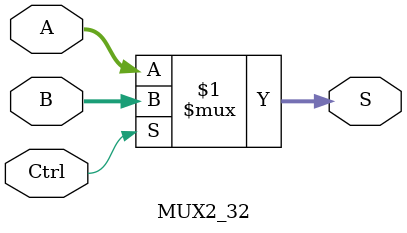
<source format=v>
`timescale 1ns / 1ps
module MUX2_32(
    input wire [31:0] A,
	 input wire [31:0] B,
	 input wire Ctrl,
	 output wire [31:0] S
    );
	assign S = Ctrl? B : A;
endmodule

</source>
